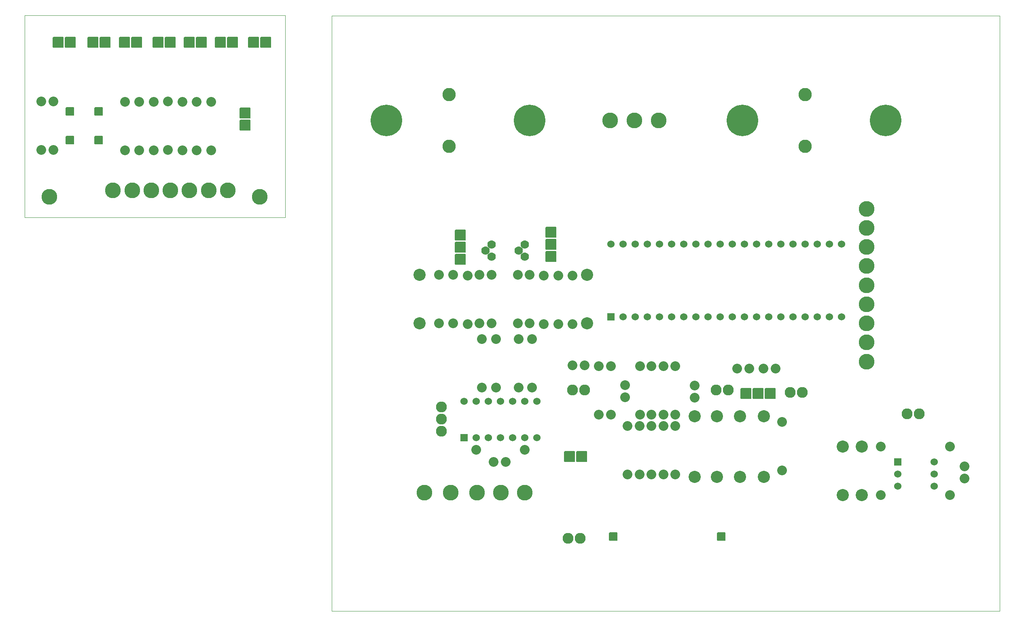
<source format=gbr>
G04 PROTEUS GERBER X2 FILE*
%TF.GenerationSoftware,Labcenter,Proteus,8.15-SP1-Build34318*%
%TF.CreationDate,2023-09-22T11:42:13+00:00*%
%TF.FileFunction,Soldermask,Bot*%
%TF.FilePolarity,Negative*%
%TF.Part,Single*%
%TF.SameCoordinates,{8a78c1d3-1a7b-4f14-8512-878e163c9550}*%
%FSLAX45Y45*%
%MOMM*%
G01*
%TA.AperFunction,Material*%
%ADD24C,2.540000*%
%ADD25C,2.032000*%
%AMPPAD018*
4,1,36,
-1.016000,1.143000,
1.016000,1.143000,
1.041970,1.140470,
1.065980,1.133200,
1.087580,1.121650,
1.106290,1.106290,
1.121650,1.087570,
1.133200,1.065980,
1.140470,1.041970,
1.143000,1.016000,
1.143000,-1.016000,
1.140470,-1.041970,
1.133200,-1.065980,
1.121650,-1.087570,
1.106290,-1.106290,
1.087580,-1.121650,
1.065980,-1.133200,
1.041970,-1.140470,
1.016000,-1.143000,
-1.016000,-1.143000,
-1.041970,-1.140470,
-1.065980,-1.133200,
-1.087580,-1.121650,
-1.106290,-1.106290,
-1.121650,-1.087570,
-1.133200,-1.065980,
-1.140470,-1.041970,
-1.143000,-1.016000,
-1.143000,1.016000,
-1.140470,1.041970,
-1.133200,1.065980,
-1.121650,1.087570,
-1.106290,1.106290,
-1.087580,1.121650,
-1.065980,1.133200,
-1.041970,1.140470,
-1.016000,1.143000,
0*%
%TA.AperFunction,Material*%
%ADD26PPAD018*%
%TA.AperFunction,Material*%
%ADD27C,2.286000*%
%AMPPAD020*
4,1,36,
-0.635000,0.762000,
0.635000,0.762000,
0.660970,0.759470,
0.684980,0.752200,
0.706580,0.740650,
0.725290,0.725290,
0.740650,0.706570,
0.752200,0.684980,
0.759470,0.660970,
0.762000,0.635000,
0.762000,-0.635000,
0.759470,-0.660970,
0.752200,-0.684980,
0.740650,-0.706570,
0.725290,-0.725290,
0.706580,-0.740650,
0.684980,-0.752200,
0.660970,-0.759470,
0.635000,-0.762000,
-0.635000,-0.762000,
-0.660970,-0.759470,
-0.684980,-0.752200,
-0.706580,-0.740650,
-0.725290,-0.725290,
-0.740650,-0.706570,
-0.752200,-0.684980,
-0.759470,-0.660970,
-0.762000,-0.635000,
-0.762000,0.635000,
-0.759470,0.660970,
-0.752200,0.684980,
-0.740650,0.706570,
-0.725290,0.725290,
-0.706580,0.740650,
-0.684980,0.752200,
-0.660970,0.759470,
-0.635000,0.762000,
0*%
%TA.AperFunction,Material*%
%ADD28PPAD020*%
%ADD29C,1.524000*%
%AMPPAD022*
4,1,36,
-0.762000,0.889000,
0.762000,0.889000,
0.787970,0.886470,
0.811980,0.879200,
0.833580,0.867650,
0.852290,0.852290,
0.867650,0.833570,
0.879200,0.811980,
0.886470,0.787970,
0.889000,0.762000,
0.889000,-0.762000,
0.886470,-0.787970,
0.879200,-0.811980,
0.867650,-0.833570,
0.852290,-0.852290,
0.833580,-0.867650,
0.811980,-0.879200,
0.787970,-0.886470,
0.762000,-0.889000,
-0.762000,-0.889000,
-0.787970,-0.886470,
-0.811980,-0.879200,
-0.833580,-0.867650,
-0.852290,-0.852290,
-0.867650,-0.833570,
-0.879200,-0.811980,
-0.886470,-0.787970,
-0.889000,-0.762000,
-0.889000,0.762000,
-0.886470,0.787970,
-0.879200,0.811980,
-0.867650,0.833570,
-0.852290,0.852290,
-0.833580,0.867650,
-0.811980,0.879200,
-0.787970,0.886470,
-0.762000,0.889000,
0*%
%TA.AperFunction,Material*%
%ADD72PPAD022*%
%TA.AperFunction,Material*%
%ADD73C,1.778000*%
%AMPPAD024*
4,1,36,
1.143000,1.016000,
1.143000,-1.016000,
1.140470,-1.041970,
1.133200,-1.065980,
1.121650,-1.087580,
1.106290,-1.106290,
1.087570,-1.121650,
1.065980,-1.133200,
1.041970,-1.140470,
1.016000,-1.143000,
-1.016000,-1.143000,
-1.041970,-1.140470,
-1.065980,-1.133200,
-1.087570,-1.121650,
-1.106290,-1.106290,
-1.121650,-1.087580,
-1.133200,-1.065980,
-1.140470,-1.041970,
-1.143000,-1.016000,
-1.143000,1.016000,
-1.140470,1.041970,
-1.133200,1.065980,
-1.121650,1.087580,
-1.106290,1.106290,
-1.087570,1.121650,
-1.065980,1.133200,
-1.041970,1.140470,
-1.016000,1.143000,
1.016000,1.143000,
1.041970,1.140470,
1.065980,1.133200,
1.087570,1.121650,
1.106290,1.106290,
1.121650,1.087580,
1.133200,1.065980,
1.140470,1.041970,
1.143000,1.016000,
0*%
%ADD30PPAD024*%
%TA.AperFunction,Material*%
%ADD31C,3.302000*%
%TA.AperFunction,Material*%
%ADD32C,2.794000*%
%ADD33C,6.604000*%
%AMPPAD028*
4,1,36,
0.762000,0.635000,
0.762000,-0.635000,
0.759470,-0.660970,
0.752200,-0.684980,
0.740650,-0.706580,
0.725290,-0.725290,
0.706570,-0.740650,
0.684980,-0.752200,
0.660970,-0.759470,
0.635000,-0.762000,
-0.635000,-0.762000,
-0.660970,-0.759470,
-0.684980,-0.752200,
-0.706570,-0.740650,
-0.725290,-0.725290,
-0.740650,-0.706580,
-0.752200,-0.684980,
-0.759470,-0.660970,
-0.762000,-0.635000,
-0.762000,0.635000,
-0.759470,0.660970,
-0.752200,0.684980,
-0.740650,0.706580,
-0.725290,0.725290,
-0.706570,0.740650,
-0.684980,0.752200,
-0.660970,0.759470,
-0.635000,0.762000,
0.635000,0.762000,
0.660970,0.759470,
0.684980,0.752200,
0.706570,0.740650,
0.725290,0.725290,
0.740650,0.706580,
0.752200,0.684980,
0.759470,0.660970,
0.762000,0.635000,
0*%
%TA.AperFunction,Material*%
%ADD34PPAD028*%
%TA.AperFunction,Profile*%
%ADD22C,0.101600*%
%TD.AperFunction*%
D24*
X+2600000Y-870000D03*
X+2600000Y+400000D03*
D25*
X+3484000Y+284000D03*
X+3484000Y-732000D03*
X+2546000Y+1400000D03*
X+2800000Y+1400000D03*
D24*
X+3100000Y+400000D03*
X+3100000Y-870000D03*
D26*
X+2726000Y+874000D03*
X+2980000Y+874000D03*
X+3234000Y+874000D03*
D25*
X+3350000Y+1400000D03*
X+3096000Y+1400000D03*
D27*
X+3650000Y+900000D03*
X+3904000Y+900000D03*
D28*
X-100000Y+2484000D03*
D29*
X+154000Y+2484000D03*
X+408000Y+2484000D03*
X+662000Y+2484000D03*
X+916000Y+2484000D03*
X+1170000Y+2484000D03*
X+1424000Y+2484000D03*
X+1678000Y+2484000D03*
X+1932000Y+2484000D03*
X+2186000Y+2484000D03*
X+2440000Y+2484000D03*
X+2694000Y+2484000D03*
X+2948000Y+2484000D03*
X+3202000Y+2484000D03*
X+3456000Y+2484000D03*
X+3710000Y+2484000D03*
X+3964000Y+2484000D03*
X+4218000Y+2484000D03*
X+4472000Y+2484000D03*
X+4726000Y+2484000D03*
X+4726000Y+4008000D03*
X+4472000Y+4008000D03*
X+4218000Y+4008000D03*
X+3964000Y+4008000D03*
X+3710000Y+4008000D03*
X+3456000Y+4008000D03*
X+3202000Y+4008000D03*
X+2948000Y+4008000D03*
X+2694000Y+4008000D03*
X+2440000Y+4008000D03*
X+2186000Y+4008000D03*
X+1932000Y+4008000D03*
X+1678000Y+4008000D03*
X+1424000Y+4008000D03*
X+1170000Y+4008000D03*
X+916000Y+4008000D03*
X+662000Y+4008000D03*
X+408000Y+4008000D03*
X+154000Y+4008000D03*
X-100000Y+4008000D03*
D26*
X-11413920Y+8235840D03*
X-11667920Y+8235840D03*
X-10683920Y+8235840D03*
X-10937920Y+8235840D03*
X-10017920Y+8235840D03*
X-10271920Y+8235840D03*
X-9317920Y+8235840D03*
X-9571920Y+8235840D03*
X-8667920Y+8235840D03*
X-8921920Y+8235840D03*
X-8017920Y+8235840D03*
X-8271920Y+8235840D03*
X-7317920Y+8235840D03*
X-7571920Y+8235840D03*
D25*
X-10267920Y+6985840D03*
X-10267920Y+5969840D03*
X-9967920Y+6985840D03*
X-9967920Y+5969840D03*
X-9667920Y+6985840D03*
X-9667920Y+5969840D03*
X-9367920Y+6995840D03*
X-9367920Y+5979840D03*
X-9067920Y+6985840D03*
X-9067920Y+5969840D03*
X-8767920Y+6985840D03*
X-8767920Y+5969840D03*
X-8467920Y+6985840D03*
X-8467920Y+5969840D03*
D27*
X-746000Y-2150000D03*
X-1000000Y-2150000D03*
D25*
X+250000Y-816000D03*
X+250000Y+200000D03*
D26*
X-965799Y-439799D03*
X-711799Y-439799D03*
D72*
X-50000Y-2116000D03*
X+2210000Y-2116000D03*
D25*
X+1250000Y-816000D03*
X+1250000Y+200000D03*
X+1000000Y-816000D03*
X+1000000Y+200000D03*
X+750000Y+200000D03*
X+750000Y-816000D03*
X+500000Y-816000D03*
X+500000Y+200000D03*
X+200000Y+1054000D03*
X+200000Y+800000D03*
D24*
X+1650000Y+404000D03*
X+1650000Y-866000D03*
X+2120000Y-866000D03*
X+2120000Y+404000D03*
D25*
X+1650000Y+796000D03*
X+1650000Y+1050000D03*
X+1250000Y+440000D03*
X+1250000Y+1456000D03*
X+1000000Y+440000D03*
X+1000000Y+1456000D03*
X+750000Y+440000D03*
X+750000Y+1456000D03*
D27*
X+2100000Y+950000D03*
X+2354000Y+950000D03*
D25*
X+506834Y+438834D03*
X+506834Y+1454834D03*
D27*
X-904000Y+950000D03*
X-650000Y+950000D03*
D25*
X-645166Y+1473166D03*
X-899166Y+1473166D03*
D28*
X-3170000Y-50000D03*
D29*
X-2916000Y-50000D03*
X-2662000Y-50000D03*
X-2408000Y-50000D03*
X-2154000Y-50000D03*
X-1900000Y-50000D03*
X-1646000Y-50000D03*
X-1646000Y+712000D03*
X-1900000Y+712000D03*
X-2154000Y+712000D03*
X-2408000Y+712000D03*
X-2662000Y+712000D03*
X-2916000Y+712000D03*
X-3170000Y+712000D03*
D25*
X-350000Y+1456000D03*
X-350000Y+440000D03*
X-100000Y+1450000D03*
X-100000Y+434000D03*
X-2554000Y-550000D03*
X-2300000Y-550000D03*
X-2916000Y-300000D03*
X-1900000Y-300000D03*
D27*
X-3650000Y+92000D03*
X-3650000Y+346000D03*
X-3650000Y+600000D03*
D25*
X-1750000Y+1000000D03*
X-1750000Y+2016000D03*
X-2030000Y+2020000D03*
X-2030000Y+1004000D03*
X-2800000Y+1000000D03*
X-2800000Y+2016000D03*
X-2500000Y+2016000D03*
X-2500000Y+1000000D03*
X-2050000Y+2350000D03*
X-2050000Y+3366000D03*
X-2850000Y+2350000D03*
X-2850000Y+3366000D03*
D73*
X-1900000Y+3746000D03*
X-2027000Y+3873000D03*
X-1900000Y+4000000D03*
D25*
X-1800000Y+2350000D03*
X-1800000Y+3366000D03*
X-2600000Y+2350000D03*
X-2600000Y+3366000D03*
D73*
X-2600000Y+3746000D03*
X-2727000Y+3873000D03*
X-2600000Y+4000000D03*
D30*
X-1350000Y+4258000D03*
X-1350000Y+4004000D03*
X-1350000Y+3750000D03*
X-3250000Y+3692000D03*
X-3250000Y+3946000D03*
X-3250000Y+4200000D03*
D25*
X-3100000Y+3350000D03*
X-3100000Y+2334000D03*
X-1500000Y+2334000D03*
X-1500000Y+3350000D03*
D31*
X+5250000Y+1950000D03*
X+5250000Y+3550000D03*
X+5250000Y+3150000D03*
X+5250000Y+2750000D03*
X+5250000Y+2350000D03*
X+5250000Y+3950000D03*
X+5250000Y+4350000D03*
D72*
X-10817920Y+6185840D03*
X-11417920Y+6185840D03*
X-10817920Y+6785840D03*
X-11417920Y+6785840D03*
D25*
X-12017920Y+7001840D03*
X-12017920Y+5985840D03*
X-11767920Y+5985840D03*
X-11767920Y+7001840D03*
D24*
X-4100000Y+2350000D03*
X-4100000Y+3366000D03*
X-600000Y+2350000D03*
X-600000Y+3366000D03*
D31*
X-3450000Y-1200000D03*
X-4000000Y-1200000D03*
D25*
X-3400000Y+2350000D03*
X-3400000Y+3366000D03*
X-3700000Y+3366000D03*
X-3700000Y+2350000D03*
X-1200000Y+2334000D03*
X-1200000Y+3350000D03*
X-900000Y+3350000D03*
X-900000Y+2334000D03*
D32*
X-3486820Y+6056440D03*
X-3486820Y+7143560D03*
D33*
X-4800000Y+6600000D03*
X-1802800Y+6600000D03*
D32*
X+3963180Y+6056440D03*
X+3963180Y+7143560D03*
D33*
X+2650000Y+6600000D03*
X+5647200Y+6600000D03*
D31*
X+900000Y+6600000D03*
X+392000Y+6600000D03*
X-116000Y+6600000D03*
D27*
X+6100000Y+450000D03*
X+6354000Y+450000D03*
D24*
X+4750000Y-234000D03*
X+4750000Y-1250000D03*
X+5150000Y-234000D03*
X+5150000Y-1250000D03*
D25*
X+5550000Y-234000D03*
X+5550000Y-1250000D03*
D34*
X+5900000Y-550000D03*
D29*
X+5900000Y-804000D03*
X+5900000Y-1058000D03*
X+6662000Y-1058000D03*
X+6662000Y-804000D03*
X+6662000Y-550000D03*
D25*
X+7300000Y-900000D03*
X+7300000Y-646000D03*
X+7000000Y-1250000D03*
X+7000000Y-234000D03*
D31*
X-2900000Y-1200000D03*
X-10517060Y+5135840D03*
X-10117920Y+5135840D03*
X-9717920Y+5135840D03*
X-9317920Y+5135840D03*
X-8917920Y+5135840D03*
X-8517060Y+5135840D03*
X-8117060Y+5135840D03*
X-2400000Y-1200000D03*
X-1900000Y-1200000D03*
D30*
X-7750000Y+6750000D03*
X-7750000Y+6496000D03*
D31*
X-11850000Y+5000000D03*
X-7450000Y+5000000D03*
X+5250000Y+4750000D03*
X+5250000Y+1550000D03*
D22*
X-5943980Y-3673980D02*
X+8033980Y-3673980D01*
X+8033980Y+8793980D01*
X-5943980Y+8793980D01*
X-5943980Y-3673980D01*
X-12367920Y+4567920D02*
X-6917920Y+4567920D01*
X-6917920Y+8803760D01*
X-12367920Y+8803760D01*
X-12367920Y+4567920D01*
M02*

</source>
